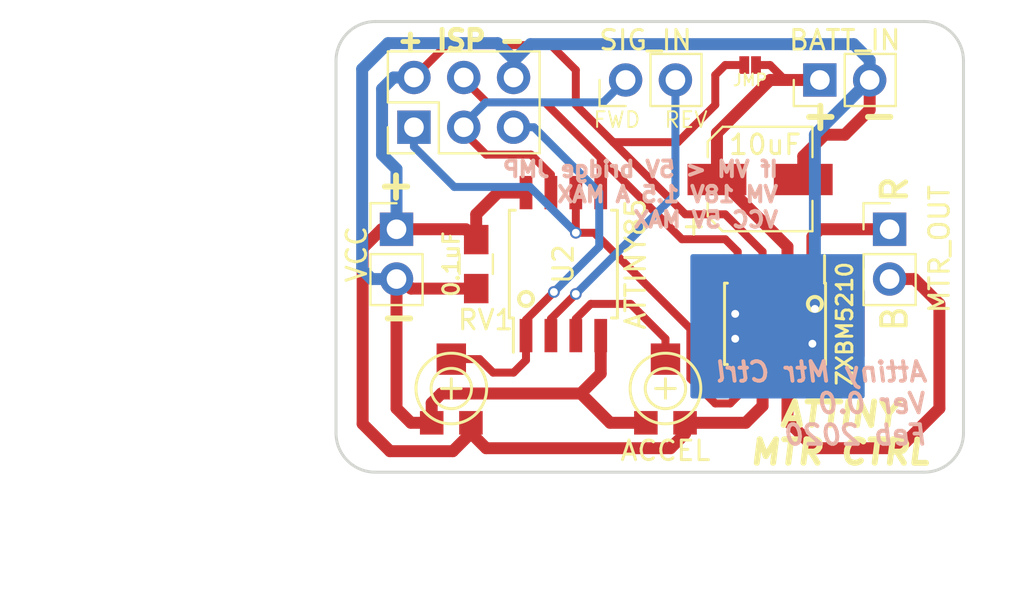
<source format=kicad_pcb>
(kicad_pcb (version 4) (host pcbnew 4.0.6)

  (general
    (links 35)
    (no_connects 0)
    (area 176.924999 106.924999 209.075001 130.075001)
    (thickness 1.6)
    (drawings 24)
    (tracks 161)
    (zones 0)
    (modules 12)
    (nets 12)
  )

  (page A)
  (title_block
    (title "Attiny H-Bridge")
    (date 2020-02-25)
    (rev 0.0)
    (company www.MakersBox.us)
    (comment 1 648.ken@gmail.com)
  )

  (layers
    (0 F.Cu signal)
    (31 B.Cu signal)
    (32 B.Adhes user)
    (33 F.Adhes user)
    (34 B.Paste user)
    (35 F.Paste user)
    (36 B.SilkS user)
    (37 F.SilkS user)
    (38 B.Mask user)
    (39 F.Mask user)
    (40 Dwgs.User user)
    (41 Cmts.User user)
    (42 Eco1.User user)
    (43 Eco2.User user)
    (44 Edge.Cuts user)
    (45 Margin user)
    (46 B.CrtYd user)
    (47 F.CrtYd user)
    (48 B.Fab user)
    (49 F.Fab user)
  )

  (setup
    (last_trace_width 0.25)
    (user_trace_width 0.3048)
    (user_trace_width 0.4064)
    (user_trace_width 0.6096)
    (user_trace_width 0.9144)
    (user_trace_width 1.2192)
    (trace_clearance 0.2)
    (zone_clearance 0.508)
    (zone_45_only no)
    (trace_min 0.2)
    (segment_width 0.2)
    (edge_width 0.15)
    (via_size 0.6)
    (via_drill 0.4)
    (via_min_size 0.4)
    (via_min_drill 0.3)
    (uvia_size 0.3)
    (uvia_drill 0.1)
    (uvias_allowed no)
    (uvia_min_size 0.2)
    (uvia_min_drill 0.1)
    (pcb_text_width 0.3)
    (pcb_text_size 1.5 1.5)
    (mod_edge_width 0.15)
    (mod_text_size 1 1)
    (mod_text_width 0.15)
    (pad_size 1.7 1.7)
    (pad_drill 1)
    (pad_to_mask_clearance 0)
    (aux_axis_origin 0 0)
    (visible_elements 7FFFFFFF)
    (pcbplotparams
      (layerselection 0x00030_80000001)
      (usegerberextensions false)
      (excludeedgelayer true)
      (linewidth 0.100000)
      (plotframeref false)
      (viasonmask false)
      (mode 1)
      (useauxorigin false)
      (hpglpennumber 1)
      (hpglpenspeed 20)
      (hpglpendiameter 15)
      (hpglpenoverlay 2)
      (psnegative false)
      (psa4output false)
      (plotreference true)
      (plotvalue true)
      (plotinvisibletext false)
      (padsonsilk false)
      (subtractmaskfromsilk false)
      (outputformat 1)
      (mirror false)
      (drillshape 1)
      (scaleselection 1)
      (outputdirectory ""))
  )

  (net 0 "")
  (net 1 GND)
  (net 2 /SCK)
  (net 3 /MOSI)
  (net 4 /MISO)
  (net 5 VCC)
  (net 6 /MTR_A)
  (net 7 /MTR_B)
  (net 8 /PB3)
  (net 9 /RESET)
  (net 10 /PB4)
  (net 11 /VM)

  (net_class Default "This is the default net class."
    (clearance 0.2)
    (trace_width 0.25)
    (via_dia 0.6)
    (via_drill 0.4)
    (uvia_dia 0.3)
    (uvia_drill 0.1)
    (add_net /MISO)
    (add_net /MOSI)
    (add_net /MTR_A)
    (add_net /MTR_B)
    (add_net /PB3)
    (add_net /PB4)
    (add_net /RESET)
    (add_net /SCK)
    (add_net /VM)
    (add_net GND)
    (add_net VCC)
  )

  (module footprints:R_0603 (layer F.Cu) (tedit 5E56B1C9) (tstamp 5E56B4A5)
    (at 198.12 109.22 180)
    (descr "Resistor SMD 0603, reflow soldering, Vishay (see dcrcw.pdf)")
    (tags "resistor 0603")
    (path /5E56B20C)
    (attr smd)
    (fp_text reference R1 (at 0 -1.45 180) (layer F.SilkS) hide
      (effects (font (size 1 1) (thickness 0.15)))
    )
    (fp_text value JMP (at 0 -0.762 180) (layer F.SilkS)
      (effects (font (size 0.6 0.6) (thickness 0.1)))
    )
    (fp_text user %R (at 0 0 180) (layer F.Fab)
      (effects (font (size 0.4 0.4) (thickness 0.075)))
    )
    (fp_line (start -0.8 0.4) (end -0.8 -0.4) (layer F.Fab) (width 0.1))
    (fp_line (start 0.8 0.4) (end -0.8 0.4) (layer F.Fab) (width 0.1))
    (fp_line (start 0.8 -0.4) (end 0.8 0.4) (layer F.Fab) (width 0.1))
    (fp_line (start -0.8 -0.4) (end 0.8 -0.4) (layer F.Fab) (width 0.1))
    (fp_line (start -1.25 -0.7) (end 1.25 -0.7) (layer F.CrtYd) (width 0.05))
    (fp_line (start -1.25 -0.7) (end -1.25 0.7) (layer F.CrtYd) (width 0.05))
    (fp_line (start 1.25 0.7) (end 1.25 -0.7) (layer F.CrtYd) (width 0.05))
    (fp_line (start 1.25 0.7) (end -1.25 0.7) (layer F.CrtYd) (width 0.05))
    (pad 1 smd rect (at -0.3 0 180) (size 0.5 0.9) (layers F.Cu F.Paste F.Mask)
      (net 11 /VM))
    (pad 2 smd rect (at 0.3 0 180) (size 0.5 0.9) (layers F.Cu F.Paste F.Mask)
      (net 5 VCC))
    (model ${KISYS3DMOD}/Resistors_SMD.3dshapes/R_0603.wrl
      (at (xyz 0 0 0))
      (scale (xyz 1 1 1))
      (rotate (xyz 0 0 0))
    )
  )

  (module footprints:SOIC-8-1EP_3.9x4.9mm_Pitch1.27mm (layer F.Cu) (tedit 5E56AFE6) (tstamp 5E55C57F)
    (at 199.39 122.428 270)
    (descr "8-Lead Thermally Enhanced Plastic Small Outline (SE) - Narrow, 3.90 mm Body [SOIC] (see Microchip Packaging Specification 00000049BS.pdf)")
    (tags "SOIC 1.27")
    (path /5E55BDF8)
    (attr smd)
    (fp_text reference U1 (at -2.54 3.81 270) (layer F.SilkS) hide
      (effects (font (size 1 1) (thickness 0.15)))
    )
    (fp_text value ZXBM5210 (at 0 -3.556 270) (layer F.SilkS)
      (effects (font (size 0.8 0.8) (thickness 0.15)))
    )
    (fp_text user %R (at 0 0 270) (layer F.Fab)
      (effects (font (size 0.9 0.9) (thickness 0.135)))
    )
    (fp_line (start -0.95 -2.45) (end 1.95 -2.45) (layer F.Fab) (width 0.15))
    (fp_line (start 1.95 -2.45) (end 1.95 2.45) (layer F.Fab) (width 0.15))
    (fp_line (start 1.95 2.45) (end -1.95 2.45) (layer F.Fab) (width 0.15))
    (fp_line (start -1.95 2.45) (end -1.95 -1.45) (layer F.Fab) (width 0.15))
    (fp_line (start -1.95 -1.45) (end -0.95 -2.45) (layer F.Fab) (width 0.15))
    (fp_line (start -3.75 -2.75) (end -3.75 2.75) (layer F.CrtYd) (width 0.05))
    (fp_line (start 3.75 -2.75) (end 3.75 2.75) (layer F.CrtYd) (width 0.05))
    (fp_line (start -3.75 -2.75) (end 3.75 -2.75) (layer F.CrtYd) (width 0.05))
    (fp_line (start -3.75 2.75) (end 3.75 2.75) (layer F.CrtYd) (width 0.05))
    (fp_line (start -2.075 -2.575) (end -2.075 -2.525) (layer F.SilkS) (width 0.15))
    (fp_line (start 2.075 -2.575) (end 2.075 -2.43) (layer F.SilkS) (width 0.15))
    (fp_line (start 2.075 2.575) (end 2.075 2.43) (layer F.SilkS) (width 0.15))
    (fp_line (start -2.075 2.575) (end -2.075 2.43) (layer F.SilkS) (width 0.15))
    (fp_line (start -2.075 -2.575) (end 2.075 -2.575) (layer F.SilkS) (width 0.15))
    (fp_line (start -2.075 2.575) (end 2.075 2.575) (layer F.SilkS) (width 0.15))
    (fp_line (start -2.075 -2.525) (end -3.475 -2.525) (layer F.SilkS) (width 0.15))
    (pad 1 smd rect (at -2.7 -1.905 270) (size 1.55 0.6) (layers F.Cu F.Paste F.Mask)
      (net 6 /MTR_A))
    (pad 2 smd rect (at -2.7 -0.635 270) (size 1.55 0.6) (layers F.Cu F.Paste F.Mask)
      (net 11 /VM))
    (pad 3 smd rect (at -2.7 0.635 270) (size 1.55 0.6) (layers F.Cu F.Paste F.Mask)
      (net 5 VCC))
    (pad 4 smd rect (at -2.7 1.905 270) (size 1.55 0.6) (layers F.Cu F.Paste F.Mask)
      (net 3 /MOSI))
    (pad 5 smd rect (at 2.7 1.905 270) (size 1.55 0.6) (layers F.Cu F.Paste F.Mask)
      (net 4 /MISO))
    (pad 6 smd rect (at 2.7 0.635 270) (size 1.55 0.6) (layers F.Cu F.Paste F.Mask)
      (net 5 VCC))
    (pad 7 smd rect (at 2.7 -0.635 270) (size 1.55 0.6) (layers F.Cu F.Paste F.Mask)
      (net 7 /MTR_B))
    (pad 8 smd rect (at 2.7 -1.905 270) (size 1.55 0.6) (layers F.Cu F.Paste F.Mask)
      (net 1 GND))
    (pad 8 smd rect (at 0.5875 0.5875 270) (size 1.175 1.175) (layers F.Cu F.Paste F.Mask)
      (net 1 GND) (solder_paste_margin_ratio -0.2))
    (pad 8 smd rect (at 0.5875 -0.5875 270) (size 1.175 1.175) (layers F.Cu F.Paste F.Mask)
      (net 1 GND) (solder_paste_margin_ratio -0.2))
    (pad 8 smd rect (at -0.5875 0.5875 270) (size 1.175 1.175) (layers F.Cu F.Paste F.Mask)
      (net 1 GND) (solder_paste_margin_ratio -0.2))
    (pad 8 smd rect (at -0.5875 -0.5875 270) (size 1.175 1.175) (layers F.Cu F.Paste F.Mask)
      (net 1 GND) (solder_paste_margin_ratio -0.2))
    (model ${KISYS3DMOD}/Housings_SOIC.3dshapes/SOIC-8-1EP_3.9x4.9mm_Pitch1.27mm.wrl
      (at (xyz 0 0 0))
      (scale (xyz 1 1 1))
      (rotate (xyz 0 0 0))
    )
  )

  (module footprints:Pin_Header_Straight_1x02_Pitch2.54mm (layer F.Cu) (tedit 5E569FAE) (tstamp 5E55C552)
    (at 191.77 109.982 90)
    (descr "Through hole straight pin header, 1x02, 2.54mm pitch, single row")
    (tags "Through hole pin header THT 1x02 2.54mm single row")
    (path /5E55F387)
    (fp_text reference J2 (at 0 -2.33 90) (layer F.SilkS) hide
      (effects (font (size 1 1) (thickness 0.15)))
    )
    (fp_text value SIG_IN (at 2.032 1.016 180) (layer F.SilkS)
      (effects (font (size 1 1) (thickness 0.15)))
    )
    (fp_line (start -0.635 -1.27) (end 1.27 -1.27) (layer F.Fab) (width 0.1))
    (fp_line (start 1.27 -1.27) (end 1.27 3.81) (layer F.Fab) (width 0.1))
    (fp_line (start 1.27 3.81) (end -1.27 3.81) (layer F.Fab) (width 0.1))
    (fp_line (start -1.27 3.81) (end -1.27 -0.635) (layer F.Fab) (width 0.1))
    (fp_line (start -1.27 -0.635) (end -0.635 -1.27) (layer F.Fab) (width 0.1))
    (fp_line (start -1.33 3.87) (end 1.33 3.87) (layer F.SilkS) (width 0.12))
    (fp_line (start -1.33 1.27) (end -1.33 3.87) (layer F.SilkS) (width 0.12))
    (fp_line (start 1.33 1.27) (end 1.33 3.87) (layer F.SilkS) (width 0.12))
    (fp_line (start -1.33 1.27) (end 1.33 1.27) (layer F.SilkS) (width 0.12))
    (fp_line (start -1.33 0) (end -1.33 -1.33) (layer F.SilkS) (width 0.12))
    (fp_line (start -1.33 -1.33) (end 0 -1.33) (layer F.SilkS) (width 0.12))
    (fp_line (start -1.8 -1.8) (end -1.8 4.35) (layer F.CrtYd) (width 0.05))
    (fp_line (start -1.8 4.35) (end 1.8 4.35) (layer F.CrtYd) (width 0.05))
    (fp_line (start 1.8 4.35) (end 1.8 -1.8) (layer F.CrtYd) (width 0.05))
    (fp_line (start 1.8 -1.8) (end -1.8 -1.8) (layer F.CrtYd) (width 0.05))
    (fp_text user %R (at 0 1.27 180) (layer F.Fab)
      (effects (font (size 1 1) (thickness 0.15)))
    )
    (pad 1 thru_hole circle (at 0 0 90) (size 1.7 1.7) (drill 1) (layers *.Cu *.Mask)
      (net 2 /SCK))
    (pad 2 thru_hole oval (at 0 2.54 90) (size 1.7 1.7) (drill 1) (layers *.Cu *.Mask)
      (net 8 /PB3))
    (model ${KISYS3DMOD}/Pin_Headers.3dshapes/Pin_Header_Straight_1x02_Pitch2.54mm.wrl
      (at (xyz 0 0 0))
      (scale (xyz 1 1 1))
      (rotate (xyz 0 0 0))
    )
  )

  (module footprints:Pin_Header_Straight_1x02_Pitch2.54mm (layer F.Cu) (tedit 5E56A6BF) (tstamp 5E55C546)
    (at 201.676 109.982 90)
    (descr "Through hole straight pin header, 1x02, 2.54mm pitch, single row")
    (tags "Through hole pin header THT 1x02 2.54mm single row")
    (path /5BA458A5)
    (fp_text reference J1 (at 0 -2.33 90) (layer F.SilkS) hide
      (effects (font (size 1 1) (thickness 0.15)))
    )
    (fp_text value BATT_IN (at 2.032 1.27 180) (layer F.SilkS)
      (effects (font (size 1 1) (thickness 0.15)))
    )
    (fp_line (start -0.635 -1.27) (end 1.27 -1.27) (layer F.Fab) (width 0.1))
    (fp_line (start 1.27 -1.27) (end 1.27 3.81) (layer F.Fab) (width 0.1))
    (fp_line (start 1.27 3.81) (end -1.27 3.81) (layer F.Fab) (width 0.1))
    (fp_line (start -1.27 3.81) (end -1.27 -0.635) (layer F.Fab) (width 0.1))
    (fp_line (start -1.27 -0.635) (end -0.635 -1.27) (layer F.Fab) (width 0.1))
    (fp_line (start -1.33 3.87) (end 1.33 3.87) (layer F.SilkS) (width 0.12))
    (fp_line (start -1.33 1.27) (end -1.33 3.87) (layer F.SilkS) (width 0.12))
    (fp_line (start 1.33 1.27) (end 1.33 3.87) (layer F.SilkS) (width 0.12))
    (fp_line (start -1.33 1.27) (end 1.33 1.27) (layer F.SilkS) (width 0.12))
    (fp_line (start -1.33 0) (end -1.33 -1.33) (layer F.SilkS) (width 0.12))
    (fp_line (start -1.33 -1.33) (end 0 -1.33) (layer F.SilkS) (width 0.12))
    (fp_line (start -1.8 -1.8) (end -1.8 4.35) (layer F.CrtYd) (width 0.05))
    (fp_line (start -1.8 4.35) (end 1.8 4.35) (layer F.CrtYd) (width 0.05))
    (fp_line (start 1.8 4.35) (end 1.8 -1.8) (layer F.CrtYd) (width 0.05))
    (fp_line (start 1.8 -1.8) (end -1.8 -1.8) (layer F.CrtYd) (width 0.05))
    (fp_text user %R (at 0 1.27 180) (layer F.Fab)
      (effects (font (size 1 1) (thickness 0.15)))
    )
    (pad 1 thru_hole rect (at 0 0 90) (size 1.7 1.7) (drill 1) (layers *.Cu *.Mask)
      (net 11 /VM))
    (pad 2 thru_hole oval (at 0 2.54 90) (size 1.7 1.7) (drill 1) (layers *.Cu *.Mask)
      (net 1 GND))
    (model ${KISYS3DMOD}/Pin_Headers.3dshapes/Pin_Header_Straight_1x02_Pitch2.54mm.wrl
      (at (xyz 0 0 0))
      (scale (xyz 1 1 1))
      (rotate (xyz 0 0 0))
    )
  )

  (module footprints:C_0805_HandSoldering (layer F.Cu) (tedit 5E569D44) (tstamp 5E55C51E)
    (at 184.15 119.38 270)
    (descr "Capacitor SMD 0805, hand soldering")
    (tags "capacitor 0805")
    (path /5C80253D)
    (attr smd)
    (fp_text reference C1 (at 0 0 270) (layer F.SilkS) hide
      (effects (font (size 1 1) (thickness 0.15)))
    )
    (fp_text value 0.1uF (at 0 1.27 270) (layer F.SilkS)
      (effects (font (size 0.8 0.8) (thickness 0.15)))
    )
    (fp_text user %R (at 0 0 270) (layer F.Fab)
      (effects (font (size 1 1) (thickness 0.15)))
    )
    (fp_line (start -1 0.62) (end -1 -0.62) (layer F.Fab) (width 0.1))
    (fp_line (start 1 0.62) (end -1 0.62) (layer F.Fab) (width 0.1))
    (fp_line (start 1 -0.62) (end 1 0.62) (layer F.Fab) (width 0.1))
    (fp_line (start -1 -0.62) (end 1 -0.62) (layer F.Fab) (width 0.1))
    (fp_line (start 0.5 -0.85) (end -0.5 -0.85) (layer F.SilkS) (width 0.12))
    (fp_line (start -0.5 0.85) (end 0.5 0.85) (layer F.SilkS) (width 0.12))
    (fp_line (start -2.25 -0.88) (end 2.25 -0.88) (layer F.CrtYd) (width 0.05))
    (fp_line (start -2.25 -0.88) (end -2.25 0.87) (layer F.CrtYd) (width 0.05))
    (fp_line (start 2.25 0.87) (end 2.25 -0.88) (layer F.CrtYd) (width 0.05))
    (fp_line (start 2.25 0.87) (end -2.25 0.87) (layer F.CrtYd) (width 0.05))
    (pad 1 smd rect (at -1.25 0 270) (size 1.5 1.25) (layers F.Cu F.Paste F.Mask)
      (net 5 VCC))
    (pad 2 smd rect (at 1.25 0 270) (size 1.5 1.25) (layers F.Cu F.Paste F.Mask)
      (net 1 GND))
    (model Capacitors_SMD.3dshapes/C_0805.wrl
      (at (xyz 0 0 0))
      (scale (xyz 1 1 1))
      (rotate (xyz 0 0 0))
    )
  )

  (module footprints:SOIJ-8_5.3x5.3mm_Pitch1.27mm (layer F.Cu) (tedit 5E569D94) (tstamp 5E55C59C)
    (at 188.595 119.38 90)
    (descr "8-Lead Plastic Small Outline (SM) - Medium, 5.28 mm Body [SOIC] (see Microchip Packaging Specification 00000049BS.pdf)")
    (tags "SOIC 1.27")
    (path /5E55CE67)
    (attr smd)
    (fp_text reference U2 (at 0 0 90) (layer F.SilkS)
      (effects (font (size 1 1) (thickness 0.15)))
    )
    (fp_text value ATTINY85 (at 0 3.68 90) (layer F.SilkS)
      (effects (font (size 1 1) (thickness 0.15)))
    )
    (fp_text user %R (at 0 0 90) (layer F.Fab)
      (effects (font (size 1 1) (thickness 0.15)))
    )
    (fp_line (start -1.65 -2.65) (end 2.65 -2.65) (layer F.Fab) (width 0.15))
    (fp_line (start 2.65 -2.65) (end 2.65 2.65) (layer F.Fab) (width 0.15))
    (fp_line (start 2.65 2.65) (end -2.65 2.65) (layer F.Fab) (width 0.15))
    (fp_line (start -2.65 2.65) (end -2.65 -1.65) (layer F.Fab) (width 0.15))
    (fp_line (start -2.65 -1.65) (end -1.65 -2.65) (layer F.Fab) (width 0.15))
    (fp_line (start -4.75 -2.95) (end -4.75 2.95) (layer F.CrtYd) (width 0.05))
    (fp_line (start 4.75 -2.95) (end 4.75 2.95) (layer F.CrtYd) (width 0.05))
    (fp_line (start -4.75 -2.95) (end 4.75 -2.95) (layer F.CrtYd) (width 0.05))
    (fp_line (start -4.75 2.95) (end 4.75 2.95) (layer F.CrtYd) (width 0.05))
    (fp_line (start -2.75 -2.755) (end -2.75 -2.55) (layer F.SilkS) (width 0.15))
    (fp_line (start 2.75 -2.755) (end 2.75 -2.455) (layer F.SilkS) (width 0.15))
    (fp_line (start 2.75 2.755) (end 2.75 2.455) (layer F.SilkS) (width 0.15))
    (fp_line (start -2.75 2.755) (end -2.75 2.455) (layer F.SilkS) (width 0.15))
    (fp_line (start -2.75 -2.755) (end 2.75 -2.755) (layer F.SilkS) (width 0.15))
    (fp_line (start -2.75 2.755) (end 2.75 2.755) (layer F.SilkS) (width 0.15))
    (fp_line (start -2.75 -2.55) (end -4.5 -2.55) (layer F.SilkS) (width 0.15))
    (pad 1 smd rect (at -3.65 -1.905 90) (size 1.7 0.65) (layers F.Cu F.Paste F.Mask)
      (net 9 /RESET))
    (pad 2 smd rect (at -3.65 -0.635 90) (size 1.7 0.65) (layers F.Cu F.Paste F.Mask)
      (net 8 /PB3))
    (pad 3 smd rect (at -3.65 0.635 90) (size 1.7 0.65) (layers F.Cu F.Paste F.Mask)
      (net 10 /PB4))
    (pad 4 smd rect (at -3.65 1.905 90) (size 1.7 0.65) (layers F.Cu F.Paste F.Mask)
      (net 1 GND))
    (pad 5 smd rect (at 3.65 1.905 90) (size 1.7 0.65) (layers F.Cu F.Paste F.Mask)
      (net 3 /MOSI))
    (pad 6 smd rect (at 3.65 0.635 90) (size 1.7 0.65) (layers F.Cu F.Paste F.Mask)
      (net 4 /MISO))
    (pad 7 smd rect (at 3.65 -0.635 90) (size 1.7 0.65) (layers F.Cu F.Paste F.Mask)
      (net 2 /SCK))
    (pad 8 smd rect (at 3.65 -1.905 90) (size 1.7 0.65) (layers F.Cu F.Paste F.Mask)
      (net 5 VCC))
    (model ${KISYS3DMOD}/Housings_SOIC.3dshapes/SOIJ-8_5.3x5.3mm_Pitch1.27mm.wrl
      (at (xyz 0 0 0))
      (scale (xyz 1 1 1))
      (rotate (xyz 0 0 0))
    )
  )

  (module footprints:Pin_Header_Straight_1x02_Pitch2.54mm (layer F.Cu) (tedit 5E56A385) (tstamp 5E55C55E)
    (at 205.232 117.602)
    (descr "Through hole straight pin header, 1x02, 2.54mm pitch, single row")
    (tags "Through hole pin header THT 1x02 2.54mm single row")
    (path /5BA45833)
    (fp_text reference J3 (at 0 -2.33) (layer F.SilkS) hide
      (effects (font (size 1 1) (thickness 0.15)))
    )
    (fp_text value MTR_OUT (at 2.54 1.016 90) (layer F.SilkS)
      (effects (font (size 1 1) (thickness 0.15)))
    )
    (fp_line (start -0.635 -1.27) (end 1.27 -1.27) (layer F.Fab) (width 0.1))
    (fp_line (start 1.27 -1.27) (end 1.27 3.81) (layer F.Fab) (width 0.1))
    (fp_line (start 1.27 3.81) (end -1.27 3.81) (layer F.Fab) (width 0.1))
    (fp_line (start -1.27 3.81) (end -1.27 -0.635) (layer F.Fab) (width 0.1))
    (fp_line (start -1.27 -0.635) (end -0.635 -1.27) (layer F.Fab) (width 0.1))
    (fp_line (start -1.33 3.87) (end 1.33 3.87) (layer F.SilkS) (width 0.12))
    (fp_line (start -1.33 1.27) (end -1.33 3.87) (layer F.SilkS) (width 0.12))
    (fp_line (start 1.33 1.27) (end 1.33 3.87) (layer F.SilkS) (width 0.12))
    (fp_line (start -1.33 1.27) (end 1.33 1.27) (layer F.SilkS) (width 0.12))
    (fp_line (start -1.33 0) (end -1.33 -1.33) (layer F.SilkS) (width 0.12))
    (fp_line (start -1.33 -1.33) (end 0 -1.33) (layer F.SilkS) (width 0.12))
    (fp_line (start -1.8 -1.8) (end -1.8 4.35) (layer F.CrtYd) (width 0.05))
    (fp_line (start -1.8 4.35) (end 1.8 4.35) (layer F.CrtYd) (width 0.05))
    (fp_line (start 1.8 4.35) (end 1.8 -1.8) (layer F.CrtYd) (width 0.05))
    (fp_line (start 1.8 -1.8) (end -1.8 -1.8) (layer F.CrtYd) (width 0.05))
    (fp_text user %R (at 0 1.27 90) (layer F.Fab)
      (effects (font (size 1 1) (thickness 0.15)))
    )
    (pad 1 thru_hole rect (at 0 0) (size 1.7 1.7) (drill 1) (layers *.Cu *.Mask)
      (net 6 /MTR_A))
    (pad 2 thru_hole oval (at 0 2.54) (size 1.7 1.7) (drill 1) (layers *.Cu *.Mask)
      (net 7 /MTR_B))
    (model ${KISYS3DMOD}/Pin_Headers.3dshapes/Pin_Header_Straight_1x02_Pitch2.54mm.wrl
      (at (xyz 0 0 0))
      (scale (xyz 1 1 1))
      (rotate (xyz 0 0 0))
    )
  )

  (module footprints:Pot_Bourns_TC33 (layer F.Cu) (tedit 5E569D29) (tstamp 5E569BEF)
    (at 193.802 125.73)
    (descr "Spindle Trimmer Potentiometer, Bourns 3214J, https://www.bourns.com/pdfs/3214.pdf")
    (tags "Spindle Trimmer Potentiometer   Bourns 3214J")
    (path /5E569C8F)
    (attr smd)
    (fp_text reference RV2 (at 1.75 -3.5) (layer F.SilkS) hide
      (effects (font (size 1 1) (thickness 0.15)))
    )
    (fp_text value ACCEL (at 0 3.175) (layer F.SilkS)
      (effects (font (size 1 1) (thickness 0.15)))
    )
    (fp_line (start 0.25 0) (end 0.5 0) (layer F.SilkS) (width 0.15))
    (fp_line (start -0.5 0) (end 0.25 0) (layer F.SilkS) (width 0.15))
    (fp_line (start 0 -0.5) (end 0 0.5) (layer F.SilkS) (width 0.15))
    (fp_circle (center 0 0) (end -1 -0.25) (layer F.SilkS) (width 0.15))
    (fp_circle (center 0 0) (end -1.5 1) (layer F.SilkS) (width 0.15))
    (pad 1 smd rect (at -1 1.75) (size 1.2 1.2) (layers F.Cu F.Mask)
      (net 1 GND))
    (pad 2 smd rect (at 0 -1.5) (size 1.5 1.6) (layers F.Cu F.Mask)
      (net 10 /PB4))
    (pad 3 smd rect (at 1 1.75) (size 1.2 1.2) (layers F.Cu F.Mask)
      (net 5 VCC))
    (model Potentiometers.3dshapes/Potentiometer_Trimmer_Bourns_3214J.wrl
      (at (xyz 0.03 0 0))
      (scale (xyz 0.39 0.39 0.39))
      (rotate (xyz 0 0 0))
    )
  )

  (module footprints:Pin_Header_Straight_2x03_Pitch2.54mm (layer F.Cu) (tedit 5E56A43E) (tstamp 5E55CCB4)
    (at 180.975 112.395 90)
    (descr "Through hole straight pin header, 2x03, 2.54mm pitch, double rows")
    (tags "Through hole pin header THT 2x03 2.54mm double row")
    (path /5E55D2AB)
    (fp_text reference CON1 (at 1.27 -2.33 90) (layer F.SilkS) hide
      (effects (font (size 1 1) (thickness 0.15)))
    )
    (fp_text value AVR-ISP-6 (at 1.27 7.41 90) (layer F.Fab)
      (effects (font (size 1 1) (thickness 0.15)))
    )
    (fp_line (start 0 -1.27) (end 3.81 -1.27) (layer F.Fab) (width 0.1))
    (fp_line (start 3.81 -1.27) (end 3.81 6.35) (layer F.Fab) (width 0.1))
    (fp_line (start 3.81 6.35) (end -1.27 6.35) (layer F.Fab) (width 0.1))
    (fp_line (start -1.27 6.35) (end -1.27 0) (layer F.Fab) (width 0.1))
    (fp_line (start -1.27 0) (end 0 -1.27) (layer F.Fab) (width 0.1))
    (fp_line (start -1.33 6.41) (end 3.87 6.41) (layer F.SilkS) (width 0.12))
    (fp_line (start -1.33 1.27) (end -1.33 6.41) (layer F.SilkS) (width 0.12))
    (fp_line (start 3.87 -1.33) (end 3.87 6.41) (layer F.SilkS) (width 0.12))
    (fp_line (start -1.33 1.27) (end 1.27 1.27) (layer F.SilkS) (width 0.12))
    (fp_line (start 1.27 1.27) (end 1.27 -1.33) (layer F.SilkS) (width 0.12))
    (fp_line (start 1.27 -1.33) (end 3.87 -1.33) (layer F.SilkS) (width 0.12))
    (fp_line (start -1.33 0) (end -1.33 -1.33) (layer F.SilkS) (width 0.12))
    (fp_line (start -1.33 -1.33) (end 0 -1.33) (layer F.SilkS) (width 0.12))
    (fp_line (start -1.8 -1.8) (end -1.8 6.85) (layer F.CrtYd) (width 0.05))
    (fp_line (start -1.8 6.85) (end 4.35 6.85) (layer F.CrtYd) (width 0.05))
    (fp_line (start 4.35 6.85) (end 4.35 -1.8) (layer F.CrtYd) (width 0.05))
    (fp_line (start 4.35 -1.8) (end -1.8 -1.8) (layer F.CrtYd) (width 0.05))
    (fp_text user %R (at 1.27 2.54 180) (layer F.Fab)
      (effects (font (size 1 1) (thickness 0.15)))
    )
    (pad 1 thru_hole rect (at 0 0 90) (size 1.7 1.7) (drill 1) (layers *.Cu *.Mask)
      (net 4 /MISO))
    (pad 2 thru_hole oval (at 2.54 0 90) (size 1.7 1.7) (drill 1) (layers *.Cu *.Mask)
      (net 5 VCC))
    (pad 3 thru_hole oval (at 0 2.54 90) (size 1.7 1.7) (drill 1) (layers *.Cu *.Mask)
      (net 2 /SCK))
    (pad 4 thru_hole oval (at 2.54 2.54 90) (size 1.7 1.7) (drill 1) (layers *.Cu *.Mask)
      (net 3 /MOSI))
    (pad 5 thru_hole oval (at 0 5.08 90) (size 1.7 1.7) (drill 1) (layers *.Cu *.Mask)
      (net 9 /RESET))
    (pad 6 thru_hole oval (at 2.54 5.08 90) (size 1.7 1.7) (drill 1) (layers *.Cu *.Mask)
      (net 1 GND))
    (model ${KISYS3DMOD}/Pin_Headers.3dshapes/Pin_Header_Straight_2x03_Pitch2.54mm.wrl
      (at (xyz 0 0 0))
      (scale (xyz 1 1 1))
      (rotate (xyz 0 0 0))
    )
  )

  (module footprints:Pin_Header_Straight_1x02_Pitch2.54mm (layer F.Cu) (tedit 5E56A69E) (tstamp 5E56AFB0)
    (at 180.086 117.602)
    (descr "Through hole straight pin header, 1x02, 2.54mm pitch, single row")
    (tags "Through hole pin header THT 1x02 2.54mm single row")
    (path /5E56B418)
    (fp_text reference J4 (at 0 -2.33) (layer F.SilkS) hide
      (effects (font (size 1 1) (thickness 0.15)))
    )
    (fp_text value VCC (at -2.032 1.27 90) (layer F.SilkS)
      (effects (font (size 1 1) (thickness 0.15)))
    )
    (fp_line (start -0.635 -1.27) (end 1.27 -1.27) (layer F.Fab) (width 0.1))
    (fp_line (start 1.27 -1.27) (end 1.27 3.81) (layer F.Fab) (width 0.1))
    (fp_line (start 1.27 3.81) (end -1.27 3.81) (layer F.Fab) (width 0.1))
    (fp_line (start -1.27 3.81) (end -1.27 -0.635) (layer F.Fab) (width 0.1))
    (fp_line (start -1.27 -0.635) (end -0.635 -1.27) (layer F.Fab) (width 0.1))
    (fp_line (start -1.33 3.87) (end 1.33 3.87) (layer F.SilkS) (width 0.12))
    (fp_line (start -1.33 1.27) (end -1.33 3.87) (layer F.SilkS) (width 0.12))
    (fp_line (start 1.33 1.27) (end 1.33 3.87) (layer F.SilkS) (width 0.12))
    (fp_line (start -1.33 1.27) (end 1.33 1.27) (layer F.SilkS) (width 0.12))
    (fp_line (start -1.33 0) (end -1.33 -1.33) (layer F.SilkS) (width 0.12))
    (fp_line (start -1.33 -1.33) (end 0 -1.33) (layer F.SilkS) (width 0.12))
    (fp_line (start -1.8 -1.8) (end -1.8 4.35) (layer F.CrtYd) (width 0.05))
    (fp_line (start -1.8 4.35) (end 1.8 4.35) (layer F.CrtYd) (width 0.05))
    (fp_line (start 1.8 4.35) (end 1.8 -1.8) (layer F.CrtYd) (width 0.05))
    (fp_line (start 1.8 -1.8) (end -1.8 -1.8) (layer F.CrtYd) (width 0.05))
    (fp_text user %R (at 0 1.27 90) (layer F.Fab)
      (effects (font (size 1 1) (thickness 0.15)))
    )
    (pad 1 thru_hole rect (at 0 0) (size 1.7 1.7) (drill 1) (layers *.Cu *.Mask)
      (net 5 VCC))
    (pad 2 thru_hole oval (at 0 2.54) (size 1.7 1.7) (drill 1) (layers *.Cu *.Mask)
      (net 1 GND))
    (model ${KISYS3DMOD}/Pin_Headers.3dshapes/Pin_Header_Straight_1x02_Pitch2.54mm.wrl
      (at (xyz 0 0 0))
      (scale (xyz 1 1 1))
      (rotate (xyz 0 0 0))
    )
  )

  (module footprints:Pot_Bourns_TC33 (layer F.Cu) (tedit 5E55C87A) (tstamp 5E55D12B)
    (at 182.88 125.73)
    (descr "Spindle Trimmer Potentiometer, Bourns 3214J, https://www.bourns.com/pdfs/3214.pdf")
    (tags "Spindle Trimmer Potentiometer   Bourns 3214J")
    (path /5E55F6F1)
    (attr smd)
    (fp_text reference RV1 (at 1.75 -3.5) (layer F.SilkS)
      (effects (font (size 1 1) (thickness 0.15)))
    )
    (fp_text value SPEED (at 1.5 3.5) (layer F.Fab)
      (effects (font (size 1 1) (thickness 0.15)))
    )
    (fp_line (start 0.25 0) (end 0.5 0) (layer F.SilkS) (width 0.15))
    (fp_line (start -0.5 0) (end 0.25 0) (layer F.SilkS) (width 0.15))
    (fp_line (start 0 -0.5) (end 0 0.5) (layer F.SilkS) (width 0.15))
    (fp_circle (center 0 0) (end -1 -0.25) (layer F.SilkS) (width 0.15))
    (fp_circle (center 0 0) (end -1.5 1) (layer F.SilkS) (width 0.15))
    (pad 1 smd rect (at -1 1.75) (size 1.2 1.2) (layers F.Cu F.Mask)
      (net 1 GND))
    (pad 2 smd rect (at 0 -1.5) (size 1.5 1.6) (layers F.Cu F.Mask)
      (net 9 /RESET))
    (pad 3 smd rect (at 1 1.75) (size 1.2 1.2) (layers F.Cu F.Mask)
      (net 5 VCC))
    (model Potentiometers.3dshapes/Potentiometer_Trimmer_Bourns_3214J.wrl
      (at (xyz 0.03 0 0))
      (scale (xyz 0.39 0.39 0.39))
      (rotate (xyz 0 0 0))
    )
  )

  (module footprints:CP_Elec_5x5.3 (layer F.Cu) (tedit 5E56AFF4) (tstamp 5E55C53A)
    (at 198.628 115.062)
    (descr "SMT capacitor, aluminium electrolytic, 5x5.3")
    (path /5C82AB72)
    (attr smd)
    (fp_text reference C2 (at 0 3.92) (layer F.SilkS) hide
      (effects (font (size 1 1) (thickness 0.15)))
    )
    (fp_text value 10uF (at 0.254 -1.778) (layer F.SilkS)
      (effects (font (size 1 1) (thickness 0.15)))
    )
    (fp_circle (center 0 0) (end 0.3 2.4) (layer F.Fab) (width 0.1))
    (fp_text user + (at -1.37 -0.08) (layer F.Fab)
      (effects (font (size 1 1) (thickness 0.15)))
    )
    (fp_text user + (at -3.38 2.34) (layer F.SilkS)
      (effects (font (size 1 1) (thickness 0.15)))
    )
    (fp_text user %R (at 0 3.92) (layer F.Fab)
      (effects (font (size 1 1) (thickness 0.15)))
    )
    (fp_line (start 2.51 2.49) (end 2.51 -2.54) (layer F.Fab) (width 0.1))
    (fp_line (start -1.84 2.49) (end 2.51 2.49) (layer F.Fab) (width 0.1))
    (fp_line (start -2.51 1.82) (end -1.84 2.49) (layer F.Fab) (width 0.1))
    (fp_line (start -2.51 -1.87) (end -2.51 1.82) (layer F.Fab) (width 0.1))
    (fp_line (start -1.84 -2.54) (end -2.51 -1.87) (layer F.Fab) (width 0.1))
    (fp_line (start 2.51 -2.54) (end -1.84 -2.54) (layer F.Fab) (width 0.1))
    (fp_line (start 2.67 -2.69) (end 2.67 -1.14) (layer F.SilkS) (width 0.12))
    (fp_line (start 2.67 2.64) (end 2.67 1.09) (layer F.SilkS) (width 0.12))
    (fp_line (start -2.67 1.88) (end -2.67 1.09) (layer F.SilkS) (width 0.12))
    (fp_line (start -2.67 -1.93) (end -2.67 -1.14) (layer F.SilkS) (width 0.12))
    (fp_line (start 2.67 -2.69) (end -1.91 -2.69) (layer F.SilkS) (width 0.12))
    (fp_line (start -1.91 -2.69) (end -2.67 -1.93) (layer F.SilkS) (width 0.12))
    (fp_line (start -2.67 1.88) (end -1.91 2.64) (layer F.SilkS) (width 0.12))
    (fp_line (start -1.91 2.64) (end 2.67 2.64) (layer F.SilkS) (width 0.12))
    (fp_line (start -3.95 -2.79) (end 3.95 -2.79) (layer F.CrtYd) (width 0.05))
    (fp_line (start -3.95 -2.79) (end -3.95 2.74) (layer F.CrtYd) (width 0.05))
    (fp_line (start 3.95 2.74) (end 3.95 -2.79) (layer F.CrtYd) (width 0.05))
    (fp_line (start 3.95 2.74) (end -3.95 2.74) (layer F.CrtYd) (width 0.05))
    (pad 1 smd rect (at -2.2 0 180) (size 3 1.6) (layers F.Cu F.Paste F.Mask)
      (net 11 /VM))
    (pad 2 smd rect (at 2.2 0 180) (size 3 1.6) (layers F.Cu F.Paste F.Mask)
      (net 1 GND))
    (model Capacitors_SMD.3dshapes/CP_Elec_5x5.3.wrl
      (at (xyz 0 0 0))
      (scale (xyz 1 1 1))
      (rotate (xyz 0 0 180))
    )
  )

  (gr_text "+ -" (at 203.2 111.76) (layer F.SilkS)
    (effects (font (size 1.5 1.5) (thickness 0.3)))
  )
  (gr_text "If VM < 5V bridge JMP\nVM 18V 1.5 A MAX\nVCC 5V MAX" (at 199.644 115.824) (layer B.SilkS)
    (effects (font (size 0.8 0.8) (thickness 0.2)) (justify left mirror))
  )
  (gr_text "Attiny Mtr Ctrl\nVer 0.0\nFeb 2020" (at 207.264 126.492) (layer B.SilkS)
    (effects (font (size 1 1) (thickness 0.2) italic) (justify left mirror))
  )
  (gr_text "ATTINY\nMTR CTRL" (at 202.692 128.016) (layer F.SilkS)
    (effects (font (size 1.2 1.25) (thickness 0.3) italic))
  )
  (gr_text "FWD  REV" (at 193.04 112.014) (layer F.SilkS)
    (effects (font (size 0.8 0.8) (thickness 0.1)))
  )
  (gr_text B (at 205.486 122.174 90) (layer F.SilkS)
    (effects (font (size 1.25 1.25) (thickness 0.2)))
  )
  (gr_text R (at 205.486 115.57 90) (layer F.SilkS)
    (effects (font (size 1.25 1.25) (thickness 0.25)))
  )
  (gr_text - (at 180.213 122.047) (layer F.SilkS)
    (effects (font (size 1.5 1.5) (thickness 0.3)))
  )
  (gr_text + (at 180.0606 115.316) (layer F.SilkS)
    (effects (font (size 1.5 1.5) (thickness 0.3)))
  )
  (gr_text "+ ISP -" (at 183.388 107.95) (layer F.SilkS)
    (effects (font (size 1 1) (thickness 0.25)))
  )
  (gr_circle (center 201.422 121.412) (end 201.168 121.158) (layer F.SilkS) (width 0.2))
  (gr_circle (center 186.69 121.158) (end 186.944 121.412) (layer F.SilkS) (width 0.2))
  (gr_line (start 193 131) (end 193 106) (angle 90) (layer Dwgs.User) (width 0.2))
  (gr_line (start 174 119) (end 212 119) (angle 90) (layer Dwgs.User) (width 0.2))
  (gr_arc (start 207 128) (end 209 128) (angle 90) (layer Edge.Cuts) (width 0.15))
  (gr_arc (start 207 109) (end 207 107) (angle 90) (layer Edge.Cuts) (width 0.15))
  (gr_arc (start 179 109) (end 177 109) (angle 90) (layer Edge.Cuts) (width 0.15))
  (gr_arc (start 179 128) (end 179 130) (angle 90) (layer Edge.Cuts) (width 0.15))
  (gr_line (start 177 109) (end 177 128) (angle 90) (layer Edge.Cuts) (width 0.15))
  (gr_line (start 179 107) (end 207 107) (angle 90) (layer Edge.Cuts) (width 0.15))
  (gr_line (start 209 128) (end 209 109) (angle 90) (layer Edge.Cuts) (width 0.15))
  (gr_line (start 179 130) (end 207 130) (angle 90) (layer Edge.Cuts) (width 0.15))
  (dimension 32 (width 0.3) (layer Dwgs.User)
    (gr_text "32.000 mm" (at 193 137.35) (layer Dwgs.User)
      (effects (font (size 1.5 1.5) (thickness 0.3)))
    )
    (feature1 (pts (xy 209 130) (xy 209 138.7)))
    (feature2 (pts (xy 177 130) (xy 177 138.7)))
    (crossbar (pts (xy 177 136) (xy 209 136)))
    (arrow1a (pts (xy 209 136) (xy 207.873496 136.586421)))
    (arrow1b (pts (xy 209 136) (xy 207.873496 135.413579)))
    (arrow2a (pts (xy 177 136) (xy 178.126504 136.586421)))
    (arrow2b (pts (xy 177 136) (xy 178.126504 135.413579)))
  )
  (dimension 23.5 (width 0.3) (layer Dwgs.User)
    (gr_text "23.500 mm" (at 166.15 118.25 90) (layer Dwgs.User)
      (effects (font (size 1.5 1.5) (thickness 0.3)))
    )
    (feature1 (pts (xy 177 106.5) (xy 164.8 106.5)))
    (feature2 (pts (xy 177 130) (xy 164.8 130)))
    (crossbar (pts (xy 167.5 130) (xy 167.5 106.5)))
    (arrow1a (pts (xy 167.5 106.5) (xy 168.086421 107.626504)))
    (arrow1b (pts (xy 167.5 106.5) (xy 166.913579 107.626504)))
    (arrow2a (pts (xy 167.5 130) (xy 168.086421 128.873496)))
    (arrow2b (pts (xy 167.5 130) (xy 166.913579 128.873496)))
  )

  (segment (start 198.8025 123.0155) (end 197.5325 123.0155) (width 0.6096) (layer F.Cu) (net 1))
  (via (at 197.358 123.19) (size 0.6) (drill 0.4) (layers F.Cu B.Cu) (net 1))
  (segment (start 197.5325 123.0155) (end 197.358 123.19) (width 0.6096) (layer F.Cu) (net 1) (tstamp 5E56AF84))
  (segment (start 198.8025 121.8405) (end 197.4375 121.8405) (width 0.6096) (layer F.Cu) (net 1))
  (via (at 197.358 121.92) (size 0.6) (drill 0.4) (layers F.Cu B.Cu) (net 1))
  (segment (start 197.4375 121.8405) (end 197.358 121.92) (width 0.6096) (layer F.Cu) (net 1) (tstamp 5E56AF61))
  (segment (start 201.422 121.666) (end 201.422 112.776) (width 0.6096) (layer B.Cu) (net 1))
  (via (at 201.422 121.666) (size 0.6) (drill 0.4) (layers F.Cu B.Cu) (net 1))
  (segment (start 201.422 112.776) (end 204.216 109.982) (width 0.6096) (layer B.Cu) (net 1) (tstamp 5E56AF25))
  (via (at 201.295 123.444) (size 0.6) (drill 0.4) (layers F.Cu B.Cu) (net 1))
  (segment (start 201.295 123.444) (end 201.422 123.444) (width 0.6096) (layer B.Cu) (net 1) (tstamp 5E56AF13))
  (segment (start 198.8025 121.8405) (end 198.8025 123.0155) (width 0.6096) (layer F.Cu) (net 1))
  (segment (start 198.8025 123.0155) (end 199.9775 123.0155) (width 0.6096) (layer F.Cu) (net 1) (tstamp 5E56AED5))
  (segment (start 199.9775 123.0155) (end 199.9775 121.8405) (width 0.6096) (layer F.Cu) (net 1) (tstamp 5E56AED6))
  (segment (start 201.295 125.128) (end 201.295 123.444) (width 0.6096) (layer F.Cu) (net 1))
  (segment (start 201.295 123.444) (end 201.295 123.063) (width 0.6096) (layer F.Cu) (net 1) (tstamp 5E56AF10))
  (segment (start 201.295 123.063) (end 200.0725 121.8405) (width 0.6096) (layer F.Cu) (net 1) (tstamp 5E56AED1))
  (segment (start 200.0725 121.8405) (end 199.9775 121.8405) (width 0.6096) (layer F.Cu) (net 1) (tstamp 5E56AED2))
  (segment (start 204.216 109.982) (end 204.216 111.506) (width 0.6096) (layer F.Cu) (net 1))
  (segment (start 200.828 113.878) (end 200.828 115.062) (width 0.6096) (layer F.Cu) (net 1) (tstamp 5E56ACBF))
  (segment (start 201.93 112.776) (end 200.828 113.878) (width 0.6096) (layer F.Cu) (net 1) (tstamp 5E56ACBE))
  (segment (start 202.946 112.776) (end 201.93 112.776) (width 0.6096) (layer F.Cu) (net 1) (tstamp 5E56ACBD))
  (segment (start 204.216 111.506) (end 202.946 112.776) (width 0.6096) (layer F.Cu) (net 1) (tstamp 5E56ACBB))
  (segment (start 192.802 127.48) (end 190.98 127.48) (width 0.6096) (layer F.Cu) (net 1))
  (segment (start 190.98 127.48) (end 189.484 125.984) (width 0.6096) (layer F.Cu) (net 1) (tstamp 5E56AC85))
  (segment (start 200.2282 108.1532) (end 203.4032 108.1532) (width 0.6096) (layer B.Cu) (net 1))
  (segment (start 200.2282 108.1532) (end 186.9186 108.1532) (width 0.6096) (layer B.Cu) (net 1) (tstamp 5E56AEB0))
  (segment (start 186.055 109.0168) (end 186.9186 108.1532) (width 0.6096) (layer B.Cu) (net 1) (tstamp 5E56AEB2))
  (segment (start 204.216 108.966) (end 204.216 109.982) (width 0.6096) (layer B.Cu) (net 1) (tstamp 5E56AC6F))
  (segment (start 203.4032 108.1532) (end 204.216 108.966) (width 0.6096) (layer B.Cu) (net 1) (tstamp 5E56AC6E))
  (segment (start 186.055 109.0168) (end 186.055 109.855) (width 0.6096) (layer B.Cu) (net 1) (tstamp 5E56AEB3))
  (segment (start 180.086 120.142) (end 178.816 120.142) (width 0.6096) (layer B.Cu) (net 1))
  (segment (start 186.055 108.9152) (end 186.055 109.855) (width 0.6096) (layer B.Cu) (net 1) (tstamp 5E56AE83))
  (segment (start 185.2422 108.1024) (end 186.055 108.9152) (width 0.6096) (layer B.Cu) (net 1) (tstamp 5E56AE82))
  (segment (start 179.6542 108.1024) (end 185.2422 108.1024) (width 0.6096) (layer B.Cu) (net 1) (tstamp 5E56AE81))
  (segment (start 178.3334 109.4232) (end 179.6542 108.1024) (width 0.6096) (layer B.Cu) (net 1) (tstamp 5E56AE80))
  (segment (start 178.3334 119.6594) (end 178.3334 109.4232) (width 0.6096) (layer B.Cu) (net 1) (tstamp 5E56AE7F))
  (segment (start 178.816 120.142) (end 178.3334 119.6594) (width 0.6096) (layer B.Cu) (net 1) (tstamp 5E56AE7E))
  (segment (start 181.88 127.48) (end 181.88 126.476) (width 0.6096) (layer F.Cu) (net 1))
  (segment (start 190.5 124.968) (end 190.5 123.03) (width 0.6096) (layer F.Cu) (net 1) (tstamp 5E56AA44))
  (segment (start 189.484 125.984) (end 190.5 124.968) (width 0.6096) (layer F.Cu) (net 1) (tstamp 5E56AA43))
  (segment (start 182.372 125.984) (end 189.484 125.984) (width 0.6096) (layer F.Cu) (net 1) (tstamp 5E56AA42))
  (segment (start 181.88 126.476) (end 182.372 125.984) (width 0.6096) (layer F.Cu) (net 1) (tstamp 5E56AA41))
  (segment (start 186.055 109.093) (end 186.055 109.855) (width 0.6096) (layer F.Cu) (net 1) (tstamp 5E56AA3E))
  (segment (start 180.086 120.142) (end 180.086 126.746) (width 0.6096) (layer F.Cu) (net 1))
  (segment (start 180.82 127.48) (end 181.88 127.48) (width 0.6096) (layer F.Cu) (net 1) (tstamp 5E56AA2D))
  (segment (start 180.086 126.746) (end 180.82 127.48) (width 0.6096) (layer F.Cu) (net 1) (tstamp 5E56AA2C))
  (segment (start 180.086 120.142) (end 180.34 120.142) (width 0.6096) (layer F.Cu) (net 1))
  (segment (start 180.34 120.142) (end 180.828 120.63) (width 0.6096) (layer F.Cu) (net 1) (tstamp 5E56AA28))
  (segment (start 180.828 120.63) (end 184.15 120.63) (width 0.6096) (layer F.Cu) (net 1) (tstamp 5E56AA29))
  (segment (start 183.515 112.395) (end 183.515 112.2426) (width 0.4064) (layer B.Cu) (net 2))
  (segment (start 183.515 112.2426) (end 184.6326 111.125) (width 0.4064) (layer B.Cu) (net 2) (tstamp 5E56AE6D))
  (segment (start 190.627 111.125) (end 191.77 109.982) (width 0.4064) (layer B.Cu) (net 2) (tstamp 5E56AE6F))
  (segment (start 184.6326 111.125) (end 190.627 111.125) (width 0.4064) (layer B.Cu) (net 2) (tstamp 5E56AE6E))
  (segment (start 183.515 112.395) (end 183.515 112.649) (width 0.4064) (layer F.Cu) (net 2))
  (segment (start 183.515 112.649) (end 184.658 113.792) (width 0.4064) (layer F.Cu) (net 2) (tstamp 5E56AA68))
  (segment (start 184.658 113.792) (end 186.944 113.792) (width 0.4064) (layer F.Cu) (net 2) (tstamp 5E56AA69))
  (segment (start 186.944 113.792) (end 187.96 114.808) (width 0.4064) (layer F.Cu) (net 2) (tstamp 5E56AA6A))
  (segment (start 187.96 114.808) (end 187.96 115.73) (width 0.4064) (layer F.Cu) (net 2) (tstamp 5E56AA6B))
  (segment (start 197.485 119.728) (end 197.485 118.745) (width 0.4064) (layer F.Cu) (net 3))
  (segment (start 194.6402 118.11) (end 190.5 113.9698) (width 0.4064) (layer F.Cu) (net 3) (tstamp 5E56ACFF))
  (segment (start 196.85 118.11) (end 194.6402 118.11) (width 0.4064) (layer F.Cu) (net 3) (tstamp 5E56ACFC))
  (segment (start 197.485 118.745) (end 196.85 118.11) (width 0.4064) (layer F.Cu) (net 3) (tstamp 5E56ACF9))
  (segment (start 183.515 109.855) (end 183.515 109.9566) (width 0.4064) (layer F.Cu) (net 3))
  (segment (start 183.515 109.9566) (end 184.6834 111.125) (width 0.4064) (layer F.Cu) (net 3) (tstamp 5E56AACB))
  (segment (start 184.6834 111.125) (end 187.6552 111.125) (width 0.4064) (layer F.Cu) (net 3) (tstamp 5E56AACC))
  (segment (start 187.6552 111.125) (end 190.5 113.9698) (width 0.4064) (layer F.Cu) (net 3) (tstamp 5E56AACD))
  (segment (start 190.5 113.9698) (end 190.5 115.73) (width 0.4064) (layer F.Cu) (net 3) (tstamp 5E56AACF))
  (segment (start 189.23 117.7798) (end 190.1698 117.7798) (width 0.4064) (layer F.Cu) (net 4))
  (segment (start 197.485 126.111) (end 197.485 125.128) (width 0.4064) (layer F.Cu) (net 4) (tstamp 5E56AD25))
  (segment (start 197.104 126.492) (end 197.485 126.111) (width 0.4064) (layer F.Cu) (net 4) (tstamp 5E56AD24))
  (segment (start 196.342 126.492) (end 197.104 126.492) (width 0.4064) (layer F.Cu) (net 4) (tstamp 5E56AD23))
  (segment (start 195.072 125.222) (end 196.342 126.492) (width 0.4064) (layer F.Cu) (net 4) (tstamp 5E56AD22))
  (segment (start 195.072 122.682) (end 195.072 125.222) (width 0.4064) (layer F.Cu) (net 4) (tstamp 5E56AD1E))
  (segment (start 190.1698 117.7798) (end 195.072 122.682) (width 0.4064) (layer F.Cu) (net 4) (tstamp 5E56AD1B))
  (segment (start 189.23 115.73) (end 189.23 117.7798) (width 0.4064) (layer F.Cu) (net 4))
  (via (at 189.23 117.7798) (size 0.6) (drill 0.4) (layers F.Cu B.Cu) (net 4))
  (segment (start 180.975 113.3856) (end 180.975 112.395) (width 0.4064) (layer B.Cu) (net 4) (tstamp 5E56AEE0))
  (segment (start 183.0324 115.443) (end 180.975 113.3856) (width 0.4064) (layer B.Cu) (net 4) (tstamp 5E56AEDE))
  (segment (start 186.8932 115.443) (end 183.0324 115.443) (width 0.4064) (layer B.Cu) (net 4) (tstamp 5E56AEDC))
  (segment (start 189.23 117.7798) (end 186.8932 115.443) (width 0.4064) (layer B.Cu) (net 4) (tstamp 5E56AEDB))
  (segment (start 191.135 113.157) (end 194.437 113.157) (width 0.4064) (layer F.Cu) (net 5))
  (segment (start 196.85 109.22) (end 197.82 109.22) (width 0.4064) (layer F.Cu) (net 5) (tstamp 5E56B588))
  (segment (start 196.342 109.728) (end 196.85 109.22) (width 0.4064) (layer F.Cu) (net 5) (tstamp 5E56B587))
  (segment (start 196.342 111.252) (end 196.342 109.728) (width 0.4064) (layer F.Cu) (net 5) (tstamp 5E56B586))
  (segment (start 194.437 113.157) (end 196.342 111.252) (width 0.4064) (layer F.Cu) (net 5) (tstamp 5E56B584))
  (segment (start 198.755 119.728) (end 198.755 118.745) (width 0.4064) (layer F.Cu) (net 5))
  (segment (start 182.626 108.204) (end 180.975 109.855) (width 0.4064) (layer F.Cu) (net 5) (tstamp 5E56AD5E))
  (segment (start 187.96 108.204) (end 182.626 108.204) (width 0.4064) (layer F.Cu) (net 5) (tstamp 5E56AD5C))
  (segment (start 189.23 109.474) (end 187.96 108.204) (width 0.4064) (layer F.Cu) (net 5) (tstamp 5E56AD5B))
  (segment (start 189.23 111.252) (end 189.23 109.474) (width 0.4064) (layer F.Cu) (net 5) (tstamp 5E56AD56))
  (segment (start 194.818 116.84) (end 191.135 113.157) (width 0.4064) (layer F.Cu) (net 5) (tstamp 5E56AD54))
  (segment (start 191.135 113.157) (end 189.23 111.252) (width 0.4064) (layer F.Cu) (net 5) (tstamp 5E56B582))
  (segment (start 196.85 116.84) (end 194.818 116.84) (width 0.4064) (layer F.Cu) (net 5) (tstamp 5E56AD52))
  (segment (start 198.755 118.745) (end 196.85 116.84) (width 0.4064) (layer F.Cu) (net 5) (tstamp 5E56AD51))
  (segment (start 198.755 125.128) (end 198.755 126.619) (width 0.6096) (layer F.Cu) (net 5))
  (segment (start 197.894 127.48) (end 194.802 127.48) (width 0.6096) (layer F.Cu) (net 5) (tstamp 5E56AC90))
  (segment (start 198.755 126.619) (end 197.894 127.48) (width 0.6096) (layer F.Cu) (net 5) (tstamp 5E56AC8F))
  (segment (start 183.88 127.48) (end 183.88 128) (width 0.6096) (layer F.Cu) (net 5))
  (segment (start 183.88 128) (end 184.658 128.778) (width 0.6096) (layer F.Cu) (net 5) (tstamp 5E56AC7B))
  (segment (start 194.056 128.778) (end 194.802 128.032) (width 0.6096) (layer F.Cu) (net 5) (tstamp 5E56AC80))
  (segment (start 184.658 128.778) (end 194.056 128.778) (width 0.6096) (layer F.Cu) (net 5) (tstamp 5E56AC7C))
  (segment (start 194.802 128.032) (end 194.802 127.48) (width 0.6096) (layer F.Cu) (net 5) (tstamp 5E56AC82))
  (segment (start 183.88 127.48) (end 183.88 128.0066) (width 0.6096) (layer F.Cu) (net 5))
  (segment (start 183.88 128.0066) (end 182.9562 128.9304) (width 0.6096) (layer F.Cu) (net 5) (tstamp 5E56AE94))
  (segment (start 182.9562 128.9304) (end 179.7558 128.9304) (width 0.6096) (layer F.Cu) (net 5) (tstamp 5E56AE95))
  (segment (start 180.975 109.855) (end 179.9336 109.855) (width 0.6096) (layer B.Cu) (net 5))
  (segment (start 179.9336 109.855) (end 179.3494 110.4392) (width 0.6096) (layer B.Cu) (net 5) (tstamp 5E56AE78))
  (segment (start 184.15 118.13) (end 184.15 116.84) (width 0.6096) (layer F.Cu) (net 5))
  (segment (start 185.26 115.73) (end 186.69 115.73) (width 0.6096) (layer F.Cu) (net 5) (tstamp 5E56AA09))
  (segment (start 184.15 116.84) (end 185.26 115.73) (width 0.6096) (layer F.Cu) (net 5) (tstamp 5E56AA08))
  (segment (start 183.622 117.602) (end 184.15 118.13) (width 0.6096) (layer F.Cu) (net 5) (tstamp 5E56AA05))
  (segment (start 178.3588 118.5672) (end 179.324 117.602) (width 0.6096) (layer F.Cu) (net 5) (tstamp 5E56AE98))
  (segment (start 178.3588 127.5334) (end 178.3588 118.5672) (width 0.6096) (layer F.Cu) (net 5) (tstamp 5E56AE97))
  (segment (start 179.7558 128.9304) (end 178.3588 127.5334) (width 0.6096) (layer F.Cu) (net 5) (tstamp 5E56AE96))
  (segment (start 179.324 117.602) (end 180.086 117.602) (width 0.6096) (layer F.Cu) (net 5) (tstamp 5E56AE99))
  (segment (start 180.086 114.5286) (end 180.086 117.602) (width 0.6096) (layer B.Cu) (net 5) (tstamp 5E56AE7B))
  (segment (start 179.3494 113.792) (end 180.086 114.5286) (width 0.6096) (layer B.Cu) (net 5) (tstamp 5E56AE7A))
  (segment (start 179.3494 110.4392) (end 179.3494 113.792) (width 0.6096) (layer B.Cu) (net 5) (tstamp 5E56AE79))
  (segment (start 180.086 117.602) (end 183.622 117.602) (width 0.6096) (layer F.Cu) (net 5))
  (segment (start 201.295 119.728) (end 201.295 117.983) (width 0.6096) (layer F.Cu) (net 6))
  (segment (start 201.676 117.602) (end 205.232 117.602) (width 0.6096) (layer F.Cu) (net 6) (tstamp 5E56ADAD))
  (segment (start 201.295 117.983) (end 201.676 117.602) (width 0.6096) (layer F.Cu) (net 6) (tstamp 5E56ADAB))
  (segment (start 200.025 125.128) (end 200.025 127.381) (width 0.6096) (layer F.Cu) (net 7))
  (segment (start 206.502 120.142) (end 205.232 120.142) (width 0.6096) (layer F.Cu) (net 7) (tstamp 5E56ADF4))
  (segment (start 207.772 121.412) (end 206.502 120.142) (width 0.6096) (layer F.Cu) (net 7) (tstamp 5E56ADF3))
  (segment (start 207.772 126.746) (end 207.772 121.412) (width 0.6096) (layer F.Cu) (net 7) (tstamp 5E56ADF2))
  (segment (start 205.74 128.778) (end 207.772 126.746) (width 0.6096) (layer F.Cu) (net 7) (tstamp 5E56ADF1))
  (segment (start 201.422 128.778) (end 205.74 128.778) (width 0.6096) (layer F.Cu) (net 7) (tstamp 5E56ADF0))
  (segment (start 200.025 127.381) (end 201.422 128.778) (width 0.6096) (layer F.Cu) (net 7) (tstamp 5E56ADEE))
  (segment (start 187.96 123.03) (end 187.96 122.174) (width 0.4064) (layer F.Cu) (net 8))
  (segment (start 194.31 115.824) (end 194.31 109.982) (width 0.4064) (layer B.Cu) (net 8) (tstamp 5E56AD39))
  (segment (start 189.23 120.904) (end 194.31 115.824) (width 0.4064) (layer B.Cu) (net 8) (tstamp 5E56AD38))
  (via (at 189.23 120.904) (size 0.6) (drill 0.4) (layers F.Cu B.Cu) (net 8))
  (segment (start 187.96 122.174) (end 189.23 120.904) (width 0.4064) (layer F.Cu) (net 8) (tstamp 5E56AD33))
  (segment (start 186.69 123.03) (end 186.69 122.2248) (width 0.4064) (layer F.Cu) (net 9))
  (segment (start 186.69 122.2248) (end 188.1124 120.8024) (width 0.4064) (layer F.Cu) (net 9) (tstamp 5E56AEE3))
  (segment (start 187.0964 112.395) (end 186.055 112.395) (width 0.4064) (layer B.Cu) (net 9) (tstamp 5E56AEEA))
  (segment (start 190.4238 115.7224) (end 187.0964 112.395) (width 0.4064) (layer B.Cu) (net 9) (tstamp 5E56AEE8))
  (segment (start 190.4238 118.491) (end 190.4238 115.7224) (width 0.4064) (layer B.Cu) (net 9) (tstamp 5E56AEE6))
  (segment (start 188.1124 120.8024) (end 190.4238 118.491) (width 0.4064) (layer B.Cu) (net 9) (tstamp 5E56AEE5))
  (via (at 188.1124 120.8024) (size 0.6) (drill 0.4) (layers F.Cu B.Cu) (net 9))
  (segment (start 182.88 124.23) (end 184.3264 124.23) (width 0.4064) (layer F.Cu) (net 9))
  (segment (start 186.69 124.2822) (end 186.69 123.03) (width 0.4064) (layer F.Cu) (net 9) (tstamp 5E56AE9F))
  (segment (start 186.055 124.9172) (end 186.69 124.2822) (width 0.4064) (layer F.Cu) (net 9) (tstamp 5E56AE9E))
  (segment (start 185.0136 124.9172) (end 186.055 124.9172) (width 0.4064) (layer F.Cu) (net 9) (tstamp 5E56AE9D))
  (segment (start 184.3264 124.23) (end 185.0136 124.9172) (width 0.4064) (layer F.Cu) (net 9) (tstamp 5E56AE9C))
  (segment (start 189.23 123.03) (end 189.23 122.174) (width 0.4064) (layer F.Cu) (net 10))
  (segment (start 193.802 123.19) (end 193.802 124.23) (width 0.4064) (layer F.Cu) (net 10) (tstamp 5E56ACA4))
  (segment (start 192.024 121.412) (end 193.802 123.19) (width 0.4064) (layer F.Cu) (net 10) (tstamp 5E56ACA3))
  (segment (start 189.992 121.412) (end 192.024 121.412) (width 0.4064) (layer F.Cu) (net 10) (tstamp 5E56ACA2))
  (segment (start 189.23 122.174) (end 189.992 121.412) (width 0.4064) (layer F.Cu) (net 10) (tstamp 5E56ACA0))
  (segment (start 198.42 109.22) (end 199.136 109.22) (width 0.4064) (layer F.Cu) (net 11))
  (segment (start 199.136 109.22) (end 199.898 109.982) (width 0.4064) (layer F.Cu) (net 11) (tstamp 5E56B58B))
  (segment (start 200.025 119.728) (end 200.025 118.491) (width 0.6096) (layer F.Cu) (net 11))
  (segment (start 200.025 118.491) (end 196.596 115.062) (width 0.6096) (layer F.Cu) (net 11) (tstamp 5E56ACCF))
  (segment (start 196.596 115.062) (end 196.428 115.062) (width 0.6096) (layer F.Cu) (net 11) (tstamp 5E56ACD0))
  (segment (start 201.676 109.982) (end 199.898 109.982) (width 0.6096) (layer F.Cu) (net 11))
  (segment (start 199.898 109.982) (end 199.136 109.982) (width 0.6096) (layer F.Cu) (net 11) (tstamp 5E56B58E))
  (segment (start 196.428 112.69) (end 196.428 115.062) (width 0.6096) (layer F.Cu) (net 11) (tstamp 5E56ACB8))
  (segment (start 199.136 109.982) (end 196.428 112.69) (width 0.6096) (layer F.Cu) (net 11) (tstamp 5E56ACB7))

  (zone (net 1) (net_name GND) (layer F.Cu) (tstamp 5E56AECF) (hatch edge 0.508)
    (connect_pads (clearance 0.508))
    (min_thickness 0.254)
    (fill yes (arc_segments 16) (thermal_gap 0.508) (thermal_bridge_width 0.508))
    (polygon
      (pts
        (xy 203.962 124.206) (xy 195.58 124.206) (xy 195.58 120.65) (xy 203.962 120.65)
      )
    )
    (filled_polygon
      (pts
        (xy 196.72091 120.954441) (xy 196.93311 121.099431) (xy 197.185 121.15044) (xy 197.58 121.15044) (xy 197.58 121.55475)
        (xy 197.73875 121.7135) (xy 198.6755 121.7135) (xy 198.6755 121.6935) (xy 198.89375 121.6935) (xy 198.91375 121.7135)
        (xy 199.86625 121.7135) (xy 199.88625 121.6935) (xy 200.1045 121.6935) (xy 200.1045 121.7135) (xy 201.04125 121.7135)
        (xy 201.2 121.55475) (xy 201.2 121.15044) (xy 201.595 121.15044) (xy 201.830317 121.106162) (xy 202.046441 120.96709)
        (xy 202.176324 120.777) (xy 203.835 120.777) (xy 203.835 124.079) (xy 202.168824 124.079) (xy 202.133327 123.993302)
        (xy 201.954699 123.814673) (xy 201.72131 123.718) (xy 201.58075 123.718) (xy 201.422 123.87675) (xy 201.422 124.079)
        (xy 201.168 124.079) (xy 201.168 123.87675) (xy 201.147443 123.856193) (xy 201.2 123.729309) (xy 201.2 123.30125)
        (xy 201.04125 123.1425) (xy 200.1045 123.1425) (xy 200.1045 123.1625) (xy 199.88625 123.1625) (xy 199.86625 123.1425)
        (xy 198.91375 123.1425) (xy 198.89375 123.1625) (xy 198.6755 123.1625) (xy 198.6755 123.1425) (xy 197.73875 123.1425)
        (xy 197.58 123.30125) (xy 197.58 123.70556) (xy 197.185 123.70556) (xy 196.949683 123.749838) (xy 196.733559 123.88891)
        (xy 196.603676 124.079) (xy 195.9102 124.079) (xy 195.9102 122.682) (xy 195.846396 122.361235) (xy 195.707 122.152614)
        (xy 195.707 122.12625) (xy 197.58 122.12625) (xy 197.58 122.72975) (xy 197.73875 122.8885) (xy 197.777474 122.8885)
        (xy 197.855301 122.966327) (xy 198.08869 123.063) (xy 198.51675 123.063) (xy 198.6755 122.90425) (xy 198.6755 122.12625)
        (xy 198.755 122.12625) (xy 198.755 122.72975) (xy 198.91375 122.8885) (xy 198.9295 122.8885) (xy 198.9295 122.90425)
        (xy 199.08825 123.063) (xy 199.69175 123.063) (xy 199.8505 122.90425) (xy 199.8505 122.8885) (xy 199.86625 122.8885)
        (xy 200.025 122.72975) (xy 200.025 122.12625) (xy 199.86625 121.9675) (xy 199.8505 121.9675) (xy 199.8505 121.95175)
        (xy 200.1045 121.95175) (xy 200.1045 122.90425) (xy 200.26325 123.063) (xy 200.69131 123.063) (xy 200.924699 122.966327)
        (xy 201.002526 122.8885) (xy 201.04125 122.8885) (xy 201.2 122.72975) (xy 201.2 122.12625) (xy 201.04125 121.9675)
        (xy 201.002526 121.9675) (xy 200.924699 121.889673) (xy 200.69131 121.793) (xy 200.26325 121.793) (xy 200.1045 121.95175)
        (xy 199.8505 121.95175) (xy 199.69175 121.793) (xy 199.08825 121.793) (xy 198.9295 121.95175) (xy 198.9295 121.9675)
        (xy 198.91375 121.9675) (xy 198.755 122.12625) (xy 198.6755 122.12625) (xy 198.6755 121.95175) (xy 198.51675 121.793)
        (xy 198.08869 121.793) (xy 197.855301 121.889673) (xy 197.777474 121.9675) (xy 197.73875 121.9675) (xy 197.58 122.12625)
        (xy 195.707 122.12625) (xy 195.707 120.777) (xy 196.60673 120.777)
      )
    )
  )
  (zone (net 1) (net_name GND) (layer B.Cu) (tstamp 5E56AED0) (hatch edge 0.508)
    (connect_pads (clearance 0.508))
    (min_thickness 0.254)
    (fill yes (arc_segments 16) (thermal_gap 0.508) (thermal_bridge_width 0.508))
    (polygon
      (pts
        (xy 203.962 126.238) (xy 195.072 126.238) (xy 195.072 118.872) (xy 203.962 118.872)
      )
    )
    (filled_polygon
      (pts
        (xy 203.835 119.567648) (xy 203.830946 119.573715) (xy 203.717907 120.142) (xy 203.830946 120.710285) (xy 203.835 120.716352)
        (xy 203.835 126.111) (xy 195.199 126.111) (xy 195.199 118.999) (xy 203.835 118.999)
      )
    )
  )
)

</source>
